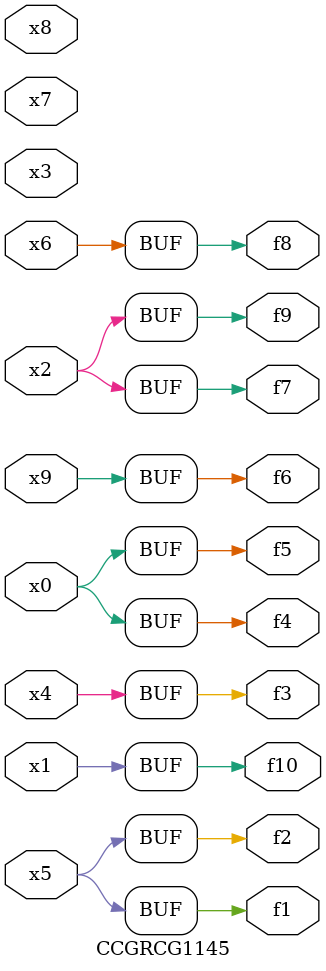
<source format=v>
module CCGRCG1145(
	input x0, x1, x2, x3, x4, x5, x6, x7, x8, x9,
	output f1, f2, f3, f4, f5, f6, f7, f8, f9, f10
);
	assign f1 = x5;
	assign f2 = x5;
	assign f3 = x4;
	assign f4 = x0;
	assign f5 = x0;
	assign f6 = x9;
	assign f7 = x2;
	assign f8 = x6;
	assign f9 = x2;
	assign f10 = x1;
endmodule

</source>
